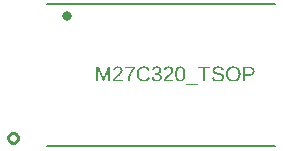
<source format=gbr>
G04 EAGLE Gerber RS-274X export*
G75*
%MOMM*%
%FSLAX34Y34*%
%LPD*%
%INSilkscreen Top*%
%IPPOS*%
%AMOC8*
5,1,8,0,0,1.08239X$1,22.5*%
G01*
G04 Define Apertures*
%ADD10C,0.254000*%
%ADD11C,0.203200*%
%ADD12C,0.800000*%
G36*
X497909Y388525D02*
X497442Y388537D01*
X496992Y388573D01*
X496557Y388633D01*
X496139Y388718D01*
X495737Y388826D01*
X495352Y388958D01*
X494982Y389115D01*
X494629Y389296D01*
X494295Y389499D01*
X493980Y389724D01*
X493686Y389970D01*
X493413Y390238D01*
X493160Y390528D01*
X492927Y390838D01*
X492715Y391171D01*
X492523Y391525D01*
X492352Y391897D01*
X492205Y392284D01*
X492080Y392687D01*
X491978Y393104D01*
X491898Y393537D01*
X491841Y393986D01*
X491807Y394449D01*
X491796Y394927D01*
X491802Y395292D01*
X491821Y395647D01*
X491853Y395992D01*
X491897Y396327D01*
X491954Y396651D01*
X492024Y396966D01*
X492106Y397270D01*
X492201Y397565D01*
X492309Y397849D01*
X492429Y398123D01*
X492562Y398387D01*
X492707Y398641D01*
X493036Y399119D01*
X493416Y399556D01*
X493841Y399947D01*
X494068Y400123D01*
X494306Y400286D01*
X494553Y400436D01*
X494810Y400573D01*
X495077Y400697D01*
X495354Y400808D01*
X495641Y400905D01*
X495938Y400990D01*
X496244Y401062D01*
X496561Y401120D01*
X496888Y401166D01*
X497224Y401199D01*
X497570Y401218D01*
X497927Y401225D01*
X498390Y401213D01*
X498837Y401178D01*
X499269Y401119D01*
X499685Y401038D01*
X500086Y400932D01*
X500471Y400803D01*
X500840Y400651D01*
X501194Y400476D01*
X501530Y400278D01*
X501845Y400059D01*
X502140Y399819D01*
X502414Y399557D01*
X502669Y399275D01*
X502902Y398971D01*
X503116Y398646D01*
X503309Y398299D01*
X503480Y397934D01*
X503629Y397553D01*
X503755Y397156D01*
X503857Y396743D01*
X503937Y396313D01*
X503995Y395867D01*
X504029Y395405D01*
X504040Y394927D01*
X504029Y394451D01*
X503994Y393990D01*
X503936Y393543D01*
X503855Y393112D01*
X503751Y392696D01*
X503624Y392295D01*
X503474Y391909D01*
X503300Y391538D01*
X503105Y391185D01*
X502890Y390853D01*
X502655Y390542D01*
X502399Y390252D01*
X502124Y389984D01*
X501828Y389736D01*
X501512Y389510D01*
X501176Y389304D01*
X500822Y389122D01*
X500453Y388963D01*
X500068Y388829D01*
X499668Y388720D01*
X499251Y388634D01*
X498820Y388574D01*
X498372Y388537D01*
X497909Y388525D01*
G37*
%LPC*%
G36*
X497909Y389882D02*
X498428Y389903D01*
X498916Y389965D01*
X499372Y390068D01*
X499798Y390212D01*
X500192Y390397D01*
X500556Y390624D01*
X500888Y390892D01*
X501189Y391201D01*
X501457Y391547D01*
X501689Y391928D01*
X501886Y392343D01*
X502047Y392791D01*
X502172Y393274D01*
X502261Y393791D01*
X502314Y394342D01*
X502332Y394927D01*
X502314Y395488D01*
X502260Y396017D01*
X502170Y396516D01*
X502044Y396983D01*
X501882Y397420D01*
X501684Y397826D01*
X501451Y398201D01*
X501181Y398545D01*
X500878Y398853D01*
X500545Y399119D01*
X500183Y399345D01*
X499791Y399530D01*
X499370Y399674D01*
X498918Y399776D01*
X498437Y399838D01*
X497927Y399858D01*
X497412Y399838D01*
X496927Y399777D01*
X496473Y399676D01*
X496048Y399534D01*
X495654Y399352D01*
X495289Y399129D01*
X494955Y398866D01*
X494651Y398562D01*
X494380Y398222D01*
X494145Y397849D01*
X493947Y397443D01*
X493784Y397005D01*
X493658Y396535D01*
X493567Y396031D01*
X493513Y395496D01*
X493495Y394927D01*
X493513Y394362D01*
X493568Y393827D01*
X493659Y393321D01*
X493787Y392846D01*
X493952Y392401D01*
X494153Y391985D01*
X494390Y391600D01*
X494664Y391244D01*
X494971Y390925D01*
X495306Y390649D01*
X495669Y390414D01*
X496060Y390223D01*
X496480Y390074D01*
X496928Y389968D01*
X497405Y389904D01*
X497909Y389882D01*
G37*
%LPD*%
G36*
X453037Y388525D02*
X452775Y388531D01*
X452522Y388550D01*
X452276Y388582D01*
X452039Y388626D01*
X451590Y388753D01*
X451174Y388930D01*
X450791Y389158D01*
X450441Y389436D01*
X450124Y389765D01*
X449840Y390145D01*
X449590Y390574D01*
X449373Y391048D01*
X449189Y391570D01*
X449039Y392138D01*
X448922Y392752D01*
X448839Y393413D01*
X448789Y394121D01*
X448772Y394875D01*
X448788Y395645D01*
X448837Y396365D01*
X448918Y397035D01*
X449031Y397656D01*
X449177Y398226D01*
X449356Y398747D01*
X449567Y399218D01*
X449810Y399639D01*
X450088Y400011D01*
X450404Y400333D01*
X450758Y400605D01*
X451149Y400828D01*
X451578Y401002D01*
X451806Y401070D01*
X452044Y401126D01*
X452291Y401169D01*
X452548Y401200D01*
X452814Y401219D01*
X453090Y401225D01*
X453358Y401218D01*
X453617Y401200D01*
X453868Y401168D01*
X454109Y401125D01*
X454341Y401068D01*
X454565Y400999D01*
X454985Y400824D01*
X455370Y400599D01*
X455718Y400323D01*
X456031Y399998D01*
X456309Y399622D01*
X456552Y399197D01*
X456763Y398724D01*
X456941Y398203D01*
X457087Y397634D01*
X457201Y397016D01*
X457282Y396351D01*
X457330Y395637D01*
X457347Y394875D01*
X457330Y394125D01*
X457278Y393420D01*
X457193Y392762D01*
X457074Y392149D01*
X456921Y391581D01*
X456733Y391060D01*
X456512Y390584D01*
X456256Y390154D01*
X455967Y389772D01*
X455646Y389441D01*
X455292Y389161D01*
X454906Y388932D01*
X454488Y388754D01*
X454037Y388627D01*
X453799Y388582D01*
X453553Y388550D01*
X453299Y388531D01*
X453037Y388525D01*
G37*
%LPC*%
G36*
X453055Y389812D02*
X453391Y389832D01*
X453705Y389890D01*
X453995Y389987D01*
X454261Y390123D01*
X454505Y390298D01*
X454725Y390512D01*
X454922Y390765D01*
X455096Y391056D01*
X455248Y391388D01*
X455379Y391761D01*
X455491Y392176D01*
X455582Y392633D01*
X455653Y393131D01*
X455703Y393670D01*
X455734Y394252D01*
X455744Y394875D01*
X455734Y395520D01*
X455705Y396118D01*
X455657Y396671D01*
X455589Y397178D01*
X455503Y397639D01*
X455396Y398054D01*
X455271Y398423D01*
X455126Y398746D01*
X454959Y399027D01*
X454767Y399271D01*
X454550Y399477D01*
X454308Y399646D01*
X454041Y399777D01*
X453749Y399871D01*
X453432Y399927D01*
X453090Y399946D01*
X452739Y399927D01*
X452414Y399872D01*
X452115Y399780D01*
X451841Y399650D01*
X451592Y399484D01*
X451370Y399281D01*
X451173Y399041D01*
X451001Y398764D01*
X450852Y398444D01*
X450723Y398077D01*
X450614Y397662D01*
X450525Y397200D01*
X450455Y396690D01*
X450406Y396133D01*
X450376Y395528D01*
X450366Y394875D01*
X450376Y394240D01*
X450406Y393649D01*
X450457Y393102D01*
X450527Y392600D01*
X450617Y392141D01*
X450728Y391727D01*
X450859Y391356D01*
X451010Y391030D01*
X451183Y390744D01*
X451379Y390497D01*
X451599Y390288D01*
X451843Y390117D01*
X452110Y389984D01*
X452402Y389888D01*
X452716Y389831D01*
X453055Y389812D01*
G37*
%LPD*%
G36*
X508028Y388700D02*
X506355Y388700D01*
X506355Y401041D01*
X511549Y401041D01*
X512053Y401026D01*
X512528Y400980D01*
X512974Y400904D01*
X513390Y400798D01*
X513778Y400661D01*
X514136Y400494D01*
X514464Y400296D01*
X514763Y400069D01*
X515030Y399813D01*
X515262Y399533D01*
X515457Y399227D01*
X515617Y398897D01*
X515742Y398542D01*
X515831Y398162D01*
X515884Y397757D01*
X515902Y397327D01*
X515884Y396900D01*
X515831Y396496D01*
X515741Y396114D01*
X515616Y395755D01*
X515456Y395418D01*
X515259Y395104D01*
X515027Y394812D01*
X514759Y394542D01*
X514460Y394300D01*
X514136Y394090D01*
X513787Y393912D01*
X513411Y393767D01*
X513010Y393654D01*
X512584Y393573D01*
X512132Y393525D01*
X511654Y393508D01*
X508028Y393508D01*
X508028Y388700D01*
G37*
%LPC*%
G36*
X511418Y394831D02*
X511757Y394841D01*
X512075Y394870D01*
X512370Y394918D01*
X512644Y394986D01*
X512896Y395073D01*
X513126Y395180D01*
X513334Y395305D01*
X513520Y395451D01*
X513684Y395615D01*
X513826Y395799D01*
X513947Y396003D01*
X514045Y396225D01*
X514122Y396467D01*
X514177Y396729D01*
X514209Y397009D01*
X514220Y397310D01*
X514209Y397599D01*
X514175Y397870D01*
X514119Y398122D01*
X514041Y398356D01*
X513940Y398571D01*
X513816Y398767D01*
X513670Y398944D01*
X513502Y399103D01*
X513311Y399243D01*
X513098Y399364D01*
X512863Y399467D01*
X512604Y399551D01*
X512324Y399617D01*
X512021Y399663D01*
X511695Y399691D01*
X511348Y399701D01*
X508028Y399701D01*
X508028Y394831D01*
X511418Y394831D01*
G37*
%LPD*%
G36*
X383250Y388700D02*
X381761Y388700D01*
X381761Y401041D01*
X383960Y401041D01*
X387244Y392484D01*
X387416Y391948D01*
X387581Y391376D01*
X387796Y390522D01*
X387904Y390963D01*
X388089Y391586D01*
X388277Y392167D01*
X388392Y392484D01*
X391615Y401041D01*
X393761Y401041D01*
X393761Y388700D01*
X392254Y388700D01*
X392254Y396933D01*
X392274Y398273D01*
X392333Y399561D01*
X391926Y398164D01*
X391739Y397593D01*
X391562Y397108D01*
X388374Y388700D01*
X387200Y388700D01*
X383969Y397108D01*
X383478Y398597D01*
X383189Y399561D01*
X383215Y398588D01*
X383250Y396933D01*
X383250Y388700D01*
G37*
G36*
X485021Y388525D02*
X484472Y388537D01*
X483952Y388574D01*
X483463Y388635D01*
X483003Y388721D01*
X482572Y388831D01*
X482171Y388966D01*
X481800Y389125D01*
X481458Y389309D01*
X481146Y389517D01*
X480864Y389750D01*
X480611Y390007D01*
X480388Y390289D01*
X480195Y390595D01*
X480031Y390925D01*
X479897Y391281D01*
X479792Y391660D01*
X481412Y391984D01*
X481492Y391716D01*
X481592Y391465D01*
X481711Y391233D01*
X481850Y391020D01*
X482009Y390825D01*
X482188Y390649D01*
X482386Y390491D01*
X482604Y390351D01*
X482842Y390229D01*
X483100Y390123D01*
X483379Y390033D01*
X483679Y389960D01*
X483999Y389903D01*
X484339Y389862D01*
X484701Y389838D01*
X485082Y389830D01*
X485476Y389839D01*
X485846Y389865D01*
X486193Y389908D01*
X486518Y389969D01*
X486819Y390047D01*
X487096Y390143D01*
X487351Y390256D01*
X487583Y390386D01*
X487789Y390533D01*
X487968Y390697D01*
X488119Y390876D01*
X488243Y391072D01*
X488339Y391285D01*
X488408Y391513D01*
X488449Y391758D01*
X488463Y392019D01*
X488446Y392307D01*
X488394Y392567D01*
X488308Y392798D01*
X488187Y393000D01*
X488035Y393181D01*
X487855Y393344D01*
X487648Y393491D01*
X487412Y393622D01*
X487150Y393740D01*
X486865Y393848D01*
X486555Y393946D01*
X486221Y394034D01*
X484688Y394393D01*
X484001Y394555D01*
X483402Y394717D01*
X482891Y394879D01*
X482468Y395041D01*
X482109Y395208D01*
X481790Y395384D01*
X481511Y395569D01*
X481272Y395764D01*
X481066Y395972D01*
X480886Y396196D01*
X480731Y396438D01*
X480602Y396697D01*
X480501Y396974D01*
X480428Y397270D01*
X480385Y397587D01*
X480370Y397923D01*
X480389Y398308D01*
X480446Y398670D01*
X480541Y399009D01*
X480673Y399326D01*
X480844Y399620D01*
X481052Y399892D01*
X481299Y400140D01*
X481583Y400366D01*
X481903Y400568D01*
X482255Y400742D01*
X482640Y400889D01*
X483058Y401010D01*
X483508Y401104D01*
X483991Y401171D01*
X484507Y401211D01*
X485056Y401225D01*
X485566Y401215D01*
X486045Y401184D01*
X486493Y401134D01*
X486911Y401064D01*
X487297Y400973D01*
X487652Y400863D01*
X487977Y400732D01*
X488270Y400581D01*
X488538Y400406D01*
X488785Y400202D01*
X489011Y399971D01*
X489216Y399711D01*
X489401Y399422D01*
X489564Y399105D01*
X489707Y398760D01*
X489829Y398387D01*
X488183Y398098D01*
X488107Y398335D01*
X488016Y398555D01*
X487910Y398758D01*
X487789Y398944D01*
X487652Y399114D01*
X487500Y399266D01*
X487332Y399402D01*
X487149Y399521D01*
X486950Y399625D01*
X486732Y399715D01*
X486495Y399791D01*
X486241Y399853D01*
X485968Y399901D01*
X485676Y399936D01*
X485366Y399957D01*
X485038Y399963D01*
X484679Y399956D01*
X484342Y399933D01*
X484027Y399895D01*
X483733Y399841D01*
X483462Y399772D01*
X483212Y399688D01*
X482985Y399588D01*
X482779Y399473D01*
X482596Y399343D01*
X482438Y399198D01*
X482304Y399037D01*
X482194Y398862D01*
X482109Y398672D01*
X482048Y398466D01*
X482011Y398246D01*
X481999Y398010D01*
X482018Y397738D01*
X482075Y397490D01*
X482169Y397267D01*
X482301Y397069D01*
X482469Y396890D01*
X482670Y396725D01*
X482905Y396574D01*
X483173Y396438D01*
X483528Y396302D01*
X484025Y396150D01*
X484662Y395984D01*
X485441Y395803D01*
X486576Y395536D01*
X487128Y395387D01*
X487657Y395212D01*
X488158Y395007D01*
X488625Y394770D01*
X488843Y394636D01*
X489047Y394487D01*
X489235Y394325D01*
X489409Y394148D01*
X489566Y393956D01*
X489706Y393747D01*
X489827Y393522D01*
X489930Y393281D01*
X490012Y393020D01*
X490071Y392738D01*
X490107Y392433D01*
X490118Y392107D01*
X490097Y391692D01*
X490035Y391301D01*
X489931Y390935D01*
X489784Y390592D01*
X489597Y390273D01*
X489367Y389979D01*
X489096Y389708D01*
X488783Y389462D01*
X488432Y389242D01*
X488047Y389052D01*
X487628Y388891D01*
X487174Y388759D01*
X486687Y388657D01*
X486166Y388583D01*
X485610Y388540D01*
X485021Y388525D01*
G37*
G36*
X422093Y388525D02*
X421634Y388537D01*
X421192Y388573D01*
X420765Y388634D01*
X420353Y388719D01*
X419958Y388828D01*
X419578Y388961D01*
X419214Y389118D01*
X418865Y389300D01*
X418535Y389504D01*
X418225Y389729D01*
X417935Y389975D01*
X417666Y390242D01*
X417416Y390529D01*
X417187Y390837D01*
X416978Y391166D01*
X416790Y391516D01*
X416622Y391884D01*
X416477Y392269D01*
X416355Y392671D01*
X416254Y393089D01*
X416176Y393524D01*
X416121Y393975D01*
X416087Y394443D01*
X416076Y394927D01*
X416082Y395291D01*
X416101Y395645D01*
X416132Y395989D01*
X416176Y396323D01*
X416232Y396647D01*
X416300Y396961D01*
X416381Y397265D01*
X416474Y397559D01*
X416580Y397843D01*
X416699Y398117D01*
X416973Y398635D01*
X417296Y399114D01*
X417670Y399552D01*
X418088Y399944D01*
X418544Y400284D01*
X418786Y400434D01*
X419038Y400571D01*
X419299Y400695D01*
X419571Y400806D01*
X419851Y400905D01*
X420141Y400989D01*
X420441Y401061D01*
X420751Y401120D01*
X421070Y401166D01*
X421398Y401199D01*
X421737Y401218D01*
X422084Y401225D01*
X422567Y401213D01*
X423029Y401177D01*
X423471Y401116D01*
X423893Y401032D01*
X424294Y400924D01*
X424676Y400791D01*
X425037Y400635D01*
X425377Y400454D01*
X425697Y400250D01*
X425995Y400022D01*
X426271Y399771D01*
X426525Y399497D01*
X426757Y399200D01*
X426967Y398879D01*
X427155Y398535D01*
X427322Y398168D01*
X425737Y397642D01*
X425621Y397904D01*
X425489Y398149D01*
X425341Y398379D01*
X425177Y398593D01*
X424997Y398791D01*
X424800Y398973D01*
X424587Y399139D01*
X424357Y399289D01*
X424114Y399423D01*
X423860Y399538D01*
X423594Y399636D01*
X423318Y399716D01*
X423031Y399778D01*
X422732Y399823D01*
X422422Y399849D01*
X422102Y399858D01*
X421604Y399838D01*
X421134Y399776D01*
X420693Y399673D01*
X420280Y399529D01*
X419896Y399343D01*
X419540Y399117D01*
X419213Y398849D01*
X418914Y398540D01*
X418647Y398195D01*
X418416Y397820D01*
X418220Y397414D01*
X418060Y396978D01*
X417935Y396511D01*
X417846Y396014D01*
X417793Y395486D01*
X417775Y394927D01*
X417794Y394374D01*
X417849Y393849D01*
X417942Y393351D01*
X418072Y392881D01*
X418239Y392439D01*
X418443Y392025D01*
X418684Y391638D01*
X418962Y391279D01*
X419272Y390956D01*
X419607Y390676D01*
X419970Y390439D01*
X420358Y390245D01*
X420772Y390094D01*
X421213Y389986D01*
X421679Y389921D01*
X422172Y389900D01*
X422491Y389910D01*
X422800Y389940D01*
X423099Y389990D01*
X423388Y390060D01*
X423666Y390151D01*
X423935Y390261D01*
X424194Y390391D01*
X424442Y390541D01*
X424681Y390712D01*
X424910Y390902D01*
X425128Y391113D01*
X425336Y391343D01*
X425535Y391594D01*
X425723Y391865D01*
X425901Y392155D01*
X426069Y392466D01*
X427436Y391783D01*
X427236Y391396D01*
X427016Y391034D01*
X426777Y390695D01*
X426519Y390379D01*
X426242Y390088D01*
X425945Y389821D01*
X425629Y389577D01*
X425294Y389357D01*
X424942Y389162D01*
X424577Y388993D01*
X424197Y388850D01*
X423804Y388733D01*
X423397Y388642D01*
X422976Y388577D01*
X422542Y388538D01*
X422093Y388525D01*
G37*
G36*
X433135Y388525D02*
X432678Y388538D01*
X432245Y388578D01*
X431836Y388644D01*
X431450Y388736D01*
X431088Y388855D01*
X430750Y389000D01*
X430435Y389172D01*
X430144Y389370D01*
X429879Y389594D01*
X429642Y389843D01*
X429434Y390118D01*
X429254Y390418D01*
X429102Y390743D01*
X428979Y391094D01*
X428884Y391469D01*
X428817Y391871D01*
X430446Y392019D01*
X430493Y391754D01*
X430557Y391506D01*
X430637Y391275D01*
X430732Y391062D01*
X430844Y390865D01*
X430972Y390685D01*
X431116Y390523D01*
X431276Y390377D01*
X431452Y390249D01*
X431644Y390138D01*
X431852Y390044D01*
X432077Y389967D01*
X432317Y389907D01*
X432574Y389864D01*
X432846Y389838D01*
X433135Y389830D01*
X433425Y389839D01*
X433698Y389867D01*
X433956Y389912D01*
X434198Y389977D01*
X434424Y390059D01*
X434633Y390160D01*
X434827Y390279D01*
X435005Y390417D01*
X435164Y390572D01*
X435302Y390746D01*
X435418Y390937D01*
X435514Y391146D01*
X435588Y391373D01*
X435641Y391617D01*
X435673Y391879D01*
X435684Y392160D01*
X435672Y392405D01*
X435635Y392636D01*
X435575Y392853D01*
X435490Y393056D01*
X435381Y393246D01*
X435248Y393422D01*
X435090Y393584D01*
X434908Y393732D01*
X434704Y393864D01*
X434478Y393979D01*
X434230Y394076D01*
X433961Y394155D01*
X433671Y394217D01*
X433359Y394261D01*
X433026Y394288D01*
X432671Y394297D01*
X431777Y394297D01*
X431777Y395663D01*
X432636Y395663D01*
X432951Y395672D01*
X433247Y395698D01*
X433526Y395742D01*
X433786Y395804D01*
X434028Y395884D01*
X434252Y395981D01*
X434458Y396096D01*
X434646Y396228D01*
X434813Y396376D01*
X434958Y396538D01*
X435081Y396713D01*
X435181Y396901D01*
X435259Y397103D01*
X435315Y397319D01*
X435348Y397549D01*
X435360Y397791D01*
X435350Y398032D01*
X435323Y398260D01*
X435278Y398475D01*
X435214Y398677D01*
X435132Y398866D01*
X435032Y399042D01*
X434914Y399205D01*
X434777Y399355D01*
X434623Y399489D01*
X434451Y399606D01*
X434261Y399704D01*
X434053Y399785D01*
X433828Y399848D01*
X433586Y399893D01*
X433325Y399919D01*
X433047Y399928D01*
X432793Y399920D01*
X432551Y399895D01*
X432322Y399853D01*
X432105Y399795D01*
X431900Y399720D01*
X431708Y399628D01*
X431528Y399519D01*
X431361Y399394D01*
X431209Y399254D01*
X431073Y399100D01*
X430954Y398932D01*
X430852Y398750D01*
X430767Y398555D01*
X430699Y398346D01*
X430647Y398124D01*
X430612Y397888D01*
X429027Y398010D01*
X429085Y398379D01*
X429171Y398726D01*
X429286Y399053D01*
X429429Y399359D01*
X429600Y399644D01*
X429800Y399909D01*
X430028Y400152D01*
X430284Y400375D01*
X430564Y400574D01*
X430863Y400747D01*
X431182Y400893D01*
X431520Y401012D01*
X431877Y401105D01*
X432254Y401172D01*
X432650Y401211D01*
X433065Y401225D01*
X433516Y401211D01*
X433941Y401171D01*
X434341Y401103D01*
X434715Y401009D01*
X435063Y400888D01*
X435384Y400739D01*
X435681Y400564D01*
X435951Y400362D01*
X436192Y400136D01*
X436401Y399888D01*
X436578Y399620D01*
X436723Y399330D01*
X436835Y399018D01*
X436916Y398686D01*
X436964Y398333D01*
X436980Y397958D01*
X436970Y397669D01*
X436939Y397394D01*
X436887Y397133D01*
X436815Y396886D01*
X436722Y396653D01*
X436608Y396433D01*
X436474Y396227D01*
X436319Y396035D01*
X436144Y395858D01*
X435950Y395695D01*
X435738Y395547D01*
X435507Y395415D01*
X435258Y395297D01*
X434989Y395194D01*
X434702Y395106D01*
X434396Y395032D01*
X434396Y394997D01*
X434732Y394950D01*
X435050Y394884D01*
X435348Y394797D01*
X435627Y394691D01*
X435886Y394565D01*
X436127Y394419D01*
X436348Y394254D01*
X436551Y394069D01*
X436731Y393868D01*
X436888Y393654D01*
X437020Y393428D01*
X437129Y393189D01*
X437213Y392937D01*
X437273Y392673D01*
X437309Y392396D01*
X437321Y392107D01*
X437304Y391692D01*
X437254Y391301D01*
X437169Y390935D01*
X437050Y390592D01*
X436897Y390273D01*
X436711Y389979D01*
X436490Y389708D01*
X436235Y389462D01*
X435949Y389242D01*
X435634Y389052D01*
X435290Y388891D01*
X434917Y388759D01*
X434515Y388657D01*
X434084Y388583D01*
X433624Y388540D01*
X433135Y388525D01*
G37*
G36*
X404301Y388700D02*
X396130Y388700D01*
X396130Y389812D01*
X396365Y390310D01*
X396626Y390777D01*
X396911Y391214D01*
X397220Y391621D01*
X397546Y392004D01*
X397880Y392368D01*
X398223Y392713D01*
X398573Y393040D01*
X399279Y393652D01*
X399979Y394218D01*
X400641Y394761D01*
X401236Y395304D01*
X401503Y395579D01*
X401743Y395860D01*
X401956Y396148D01*
X402142Y396443D01*
X402294Y396750D01*
X402402Y397078D01*
X402467Y397425D01*
X402488Y397791D01*
X402479Y398038D01*
X402451Y398271D01*
X402405Y398489D01*
X402339Y398693D01*
X402256Y398883D01*
X402153Y399059D01*
X402032Y399221D01*
X401893Y399368D01*
X401737Y399499D01*
X401566Y399613D01*
X401381Y399709D01*
X401181Y399788D01*
X400967Y399850D01*
X400738Y399893D01*
X400495Y399920D01*
X400237Y399928D01*
X399991Y399920D01*
X399756Y399894D01*
X399532Y399851D01*
X399319Y399792D01*
X399117Y399715D01*
X398926Y399621D01*
X398746Y399509D01*
X398578Y399381D01*
X398423Y399237D01*
X398285Y399080D01*
X398164Y398908D01*
X398060Y398723D01*
X397972Y398524D01*
X397902Y398311D01*
X397848Y398084D01*
X397811Y397844D01*
X396200Y397993D01*
X396258Y398353D01*
X396344Y398695D01*
X396459Y399018D01*
X396601Y399322D01*
X396773Y399607D01*
X396972Y399873D01*
X397200Y400120D01*
X397457Y400349D01*
X397737Y400554D01*
X398036Y400732D01*
X398355Y400883D01*
X398693Y401006D01*
X399050Y401102D01*
X399426Y401170D01*
X399822Y401211D01*
X400237Y401225D01*
X400690Y401211D01*
X401116Y401170D01*
X401515Y401101D01*
X401887Y401005D01*
X402232Y400881D01*
X402550Y400730D01*
X402842Y400551D01*
X403106Y400344D01*
X403341Y400113D01*
X403545Y399858D01*
X403717Y399580D01*
X403858Y399279D01*
X403968Y398955D01*
X404046Y398608D01*
X404093Y398237D01*
X404109Y397844D01*
X404088Y397485D01*
X404027Y397128D01*
X403924Y396772D01*
X403780Y396416D01*
X403596Y396062D01*
X403372Y395707D01*
X403108Y395352D01*
X402804Y394997D01*
X402406Y394594D01*
X401860Y394093D01*
X401166Y393495D01*
X400325Y392799D01*
X399847Y392397D01*
X399421Y392016D01*
X399046Y391655D01*
X398722Y391314D01*
X398445Y390987D01*
X398210Y390665D01*
X398016Y390350D01*
X397864Y390040D01*
X404301Y390040D01*
X404301Y388700D01*
G37*
G36*
X447176Y388700D02*
X439005Y388700D01*
X439005Y389812D01*
X439240Y390310D01*
X439501Y390777D01*
X439786Y391214D01*
X440095Y391621D01*
X440421Y392004D01*
X440755Y392368D01*
X441098Y392713D01*
X441448Y393040D01*
X442154Y393652D01*
X442854Y394218D01*
X443516Y394761D01*
X444111Y395304D01*
X444378Y395579D01*
X444618Y395860D01*
X444831Y396148D01*
X445017Y396443D01*
X445169Y396750D01*
X445277Y397078D01*
X445342Y397425D01*
X445363Y397791D01*
X445354Y398038D01*
X445326Y398271D01*
X445280Y398489D01*
X445214Y398693D01*
X445131Y398883D01*
X445028Y399059D01*
X444907Y399221D01*
X444768Y399368D01*
X444612Y399499D01*
X444441Y399613D01*
X444256Y399709D01*
X444056Y399788D01*
X443842Y399850D01*
X443613Y399893D01*
X443370Y399920D01*
X443112Y399928D01*
X442866Y399920D01*
X442631Y399894D01*
X442407Y399851D01*
X442194Y399792D01*
X441992Y399715D01*
X441801Y399621D01*
X441621Y399509D01*
X441453Y399381D01*
X441298Y399237D01*
X441160Y399080D01*
X441039Y398908D01*
X440935Y398723D01*
X440847Y398524D01*
X440777Y398311D01*
X440723Y398084D01*
X440686Y397844D01*
X439075Y397993D01*
X439133Y398353D01*
X439219Y398695D01*
X439334Y399018D01*
X439476Y399322D01*
X439648Y399607D01*
X439847Y399873D01*
X440075Y400120D01*
X440332Y400349D01*
X440612Y400554D01*
X440911Y400732D01*
X441230Y400883D01*
X441568Y401006D01*
X441925Y401102D01*
X442301Y401170D01*
X442697Y401211D01*
X443112Y401225D01*
X443565Y401211D01*
X443991Y401170D01*
X444390Y401101D01*
X444762Y401005D01*
X445107Y400881D01*
X445425Y400730D01*
X445717Y400551D01*
X445981Y400344D01*
X446216Y400113D01*
X446420Y399858D01*
X446592Y399580D01*
X446733Y399279D01*
X446843Y398955D01*
X446921Y398608D01*
X446968Y398237D01*
X446984Y397844D01*
X446963Y397485D01*
X446902Y397128D01*
X446799Y396772D01*
X446655Y396416D01*
X446471Y396062D01*
X446247Y395707D01*
X445983Y395352D01*
X445679Y394997D01*
X445281Y394594D01*
X444735Y394093D01*
X444041Y393495D01*
X443200Y392799D01*
X442722Y392397D01*
X442296Y392016D01*
X441921Y391655D01*
X441597Y391314D01*
X441320Y390987D01*
X441085Y390665D01*
X440891Y390350D01*
X440739Y390040D01*
X447176Y390040D01*
X447176Y388700D01*
G37*
G36*
X474315Y388700D02*
X472651Y388700D01*
X472651Y399674D01*
X468412Y399674D01*
X468412Y401041D01*
X478554Y401041D01*
X478554Y399674D01*
X474315Y399674D01*
X474315Y388700D01*
G37*
G36*
X410040Y388700D02*
X408393Y388700D01*
X408409Y389295D01*
X408456Y389898D01*
X408534Y390509D01*
X408644Y391127D01*
X408785Y391754D01*
X408957Y392388D01*
X409161Y393030D01*
X409396Y393679D01*
X409668Y394345D01*
X409981Y395036D01*
X410337Y395752D01*
X410735Y396492D01*
X411175Y397257D01*
X411656Y398047D01*
X412180Y398861D01*
X412746Y399701D01*
X406116Y399701D01*
X406116Y401041D01*
X414270Y401041D01*
X414270Y399762D01*
X413394Y398395D01*
X412656Y397185D01*
X412058Y396131D01*
X411599Y395234D01*
X411233Y394418D01*
X410917Y393607D01*
X410649Y392802D01*
X410429Y392002D01*
X410259Y391198D01*
X410137Y390379D01*
X410064Y389547D01*
X410046Y389125D01*
X410040Y388700D01*
G37*
G36*
X468217Y385135D02*
X457768Y385135D01*
X457768Y386274D01*
X468217Y386274D01*
X468217Y385135D01*
G37*
D10*
X307377Y340700D02*
X307379Y340828D01*
X307385Y340956D01*
X307395Y341084D01*
X307409Y341212D01*
X307427Y341339D01*
X307449Y341465D01*
X307474Y341591D01*
X307504Y341715D01*
X307538Y341839D01*
X307575Y341962D01*
X307616Y342083D01*
X307661Y342203D01*
X307710Y342322D01*
X307762Y342439D01*
X307818Y342555D01*
X307877Y342668D01*
X307940Y342780D01*
X308007Y342890D01*
X308076Y342997D01*
X308149Y343103D01*
X308226Y343206D01*
X308305Y343306D01*
X308388Y343404D01*
X308473Y343500D01*
X308562Y343593D01*
X308653Y343683D01*
X308748Y343770D01*
X308844Y343854D01*
X308944Y343935D01*
X309046Y344013D01*
X309150Y344088D01*
X309256Y344159D01*
X309365Y344227D01*
X309476Y344292D01*
X309588Y344353D01*
X309703Y344411D01*
X309819Y344465D01*
X309937Y344515D01*
X310056Y344562D01*
X310177Y344605D01*
X310299Y344644D01*
X310423Y344680D01*
X310547Y344711D01*
X310672Y344739D01*
X310798Y344763D01*
X310925Y344783D01*
X311052Y344799D01*
X311180Y344811D01*
X311308Y344819D01*
X311436Y344823D01*
X311564Y344823D01*
X311692Y344819D01*
X311820Y344811D01*
X311948Y344799D01*
X312075Y344783D01*
X312202Y344763D01*
X312328Y344739D01*
X312453Y344711D01*
X312577Y344680D01*
X312701Y344644D01*
X312823Y344605D01*
X312944Y344562D01*
X313063Y344515D01*
X313181Y344465D01*
X313297Y344411D01*
X313412Y344353D01*
X313524Y344292D01*
X313635Y344227D01*
X313744Y344159D01*
X313850Y344088D01*
X313954Y344013D01*
X314056Y343935D01*
X314156Y343854D01*
X314252Y343770D01*
X314347Y343683D01*
X314438Y343593D01*
X314527Y343500D01*
X314612Y343404D01*
X314695Y343306D01*
X314774Y343206D01*
X314851Y343103D01*
X314924Y342997D01*
X314993Y342890D01*
X315060Y342780D01*
X315123Y342668D01*
X315182Y342555D01*
X315238Y342439D01*
X315290Y342322D01*
X315339Y342203D01*
X315384Y342083D01*
X315425Y341962D01*
X315462Y341839D01*
X315496Y341715D01*
X315526Y341591D01*
X315551Y341465D01*
X315573Y341339D01*
X315591Y341212D01*
X315605Y341084D01*
X315615Y340956D01*
X315621Y340828D01*
X315623Y340700D01*
X315621Y340572D01*
X315615Y340444D01*
X315605Y340316D01*
X315591Y340188D01*
X315573Y340061D01*
X315551Y339935D01*
X315526Y339809D01*
X315496Y339685D01*
X315462Y339561D01*
X315425Y339438D01*
X315384Y339317D01*
X315339Y339197D01*
X315290Y339078D01*
X315238Y338961D01*
X315182Y338845D01*
X315123Y338732D01*
X315060Y338620D01*
X314993Y338510D01*
X314924Y338403D01*
X314851Y338297D01*
X314774Y338194D01*
X314695Y338094D01*
X314612Y337996D01*
X314527Y337900D01*
X314438Y337807D01*
X314347Y337717D01*
X314252Y337630D01*
X314156Y337546D01*
X314056Y337465D01*
X313954Y337387D01*
X313850Y337312D01*
X313744Y337241D01*
X313635Y337173D01*
X313524Y337108D01*
X313412Y337047D01*
X313297Y336989D01*
X313181Y336935D01*
X313063Y336885D01*
X312944Y336838D01*
X312823Y336795D01*
X312701Y336756D01*
X312577Y336720D01*
X312453Y336689D01*
X312328Y336661D01*
X312202Y336637D01*
X312075Y336617D01*
X311948Y336601D01*
X311820Y336589D01*
X311692Y336581D01*
X311564Y336577D01*
X311436Y336577D01*
X311308Y336581D01*
X311180Y336589D01*
X311052Y336601D01*
X310925Y336617D01*
X310798Y336637D01*
X310672Y336661D01*
X310547Y336689D01*
X310423Y336720D01*
X310299Y336756D01*
X310177Y336795D01*
X310056Y336838D01*
X309937Y336885D01*
X309819Y336935D01*
X309703Y336989D01*
X309588Y337047D01*
X309476Y337108D01*
X309365Y337173D01*
X309256Y337241D01*
X309150Y337312D01*
X309046Y337387D01*
X308944Y337465D01*
X308844Y337546D01*
X308748Y337630D01*
X308653Y337717D01*
X308562Y337807D01*
X308473Y337900D01*
X308388Y337996D01*
X308305Y338094D01*
X308226Y338194D01*
X308149Y338297D01*
X308076Y338403D01*
X308007Y338510D01*
X307940Y338620D01*
X307877Y338732D01*
X307818Y338845D01*
X307762Y338961D01*
X307710Y339078D01*
X307661Y339197D01*
X307616Y339317D01*
X307575Y339438D01*
X307538Y339561D01*
X307504Y339685D01*
X307474Y339809D01*
X307449Y339935D01*
X307427Y340061D01*
X307409Y340188D01*
X307395Y340316D01*
X307385Y340444D01*
X307379Y340572D01*
X307377Y340700D01*
D11*
X340300Y453700D02*
X533460Y453700D01*
X533460Y333700D02*
X340300Y333700D01*
D12*
X356880Y443700D03*
M02*

</source>
